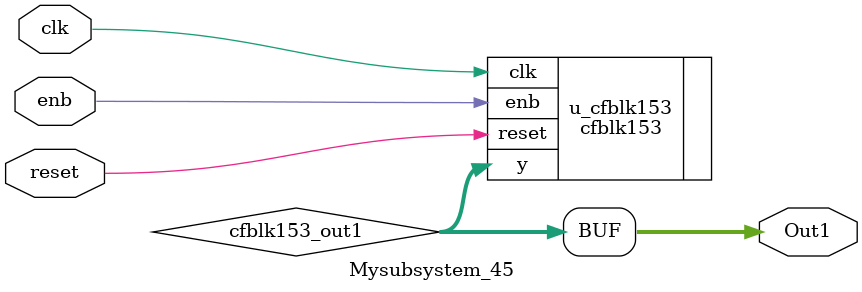
<source format=v>



`timescale 1 ns / 1 ns

module Mysubsystem_45
          (clk,
           reset,
           enb,
           Out1);


  input   clk;
  input   reset;
  input   enb;
  output  [7:0] Out1;  // uint8


  wire [7:0] cfblk153_out1;  // uint8


  cfblk153 u_cfblk153 (.clk(clk),
                       .reset(reset),
                       .enb(enb),
                       .y(cfblk153_out1)  // uint8
                       );

  assign Out1 = cfblk153_out1;

endmodule  // Mysubsystem_45


</source>
